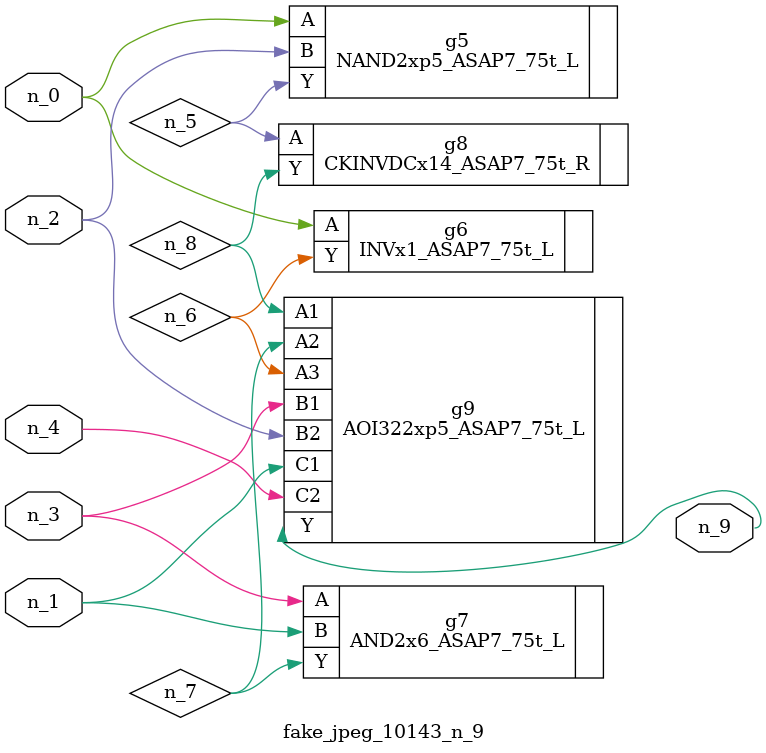
<source format=v>
module fake_jpeg_10143_n_9 (n_3, n_2, n_1, n_0, n_4, n_9);

input n_3;
input n_2;
input n_1;
input n_0;
input n_4;

output n_9;

wire n_8;
wire n_6;
wire n_5;
wire n_7;

NAND2xp5_ASAP7_75t_L g5 ( 
.A(n_0),
.B(n_2),
.Y(n_5)
);

INVx1_ASAP7_75t_L g6 ( 
.A(n_0),
.Y(n_6)
);

AND2x6_ASAP7_75t_L g7 ( 
.A(n_3),
.B(n_1),
.Y(n_7)
);

CKINVDCx14_ASAP7_75t_R g8 ( 
.A(n_5),
.Y(n_8)
);

AOI322xp5_ASAP7_75t_L g9 ( 
.A1(n_8),
.A2(n_7),
.A3(n_6),
.B1(n_3),
.B2(n_2),
.C1(n_1),
.C2(n_4),
.Y(n_9)
);


endmodule
</source>
